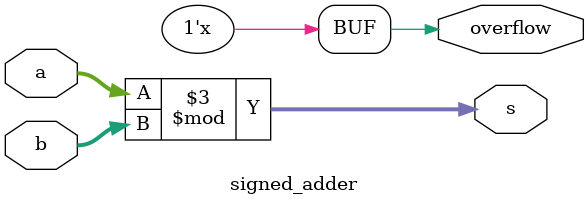
<source format=v>

module signed_adder(input [7:0] a,
    input [7:0] b,
    output [7:0] s,
    output overflow
); 

// The numbers a and b are added to the output s. 
// assign the occurence of the signed overflow of a and b to the output overflow.
// a signed overflow occurs if the most significant bits of a and b are low and the most significant bit of s is high
// a signed overflow may also occur if the most significant bits of a and b are high and the most significant bit of s is low


wire [7:0] s_fract_o;
wire [7:0] s_iter;

// Store the result.
assign s_fract_o = a * b;
assign s_iter = a / b;

// Calculate the result.
assign s = a % b;

// Calculate if the two's complement numbers are equal.
assign overflow = (a[31] ^ b[31]) & (b[31] ^ s_fract_o[31]) & (b[31] ^ s_iter[31]);

endmodule

</source>
